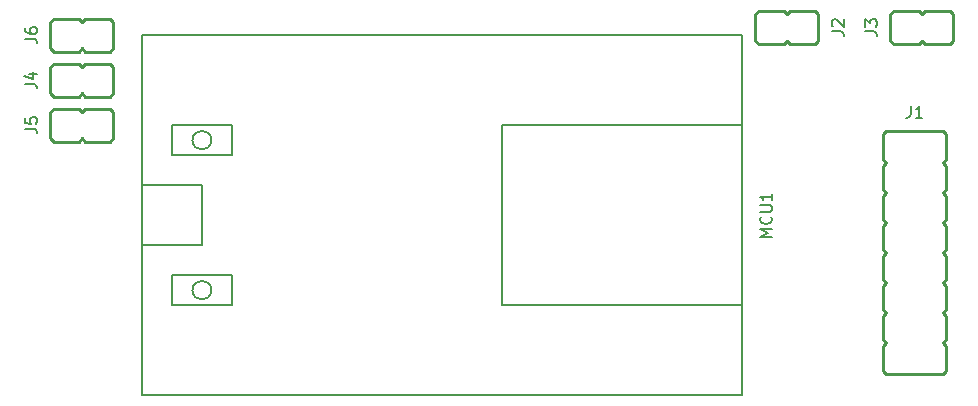
<source format=gbr>
G04 --- HEADER BEGIN --- *
G04 #@! TF.GenerationSoftware,LibrePCB,LibrePCB,0.1.7*
G04 #@! TF.CreationDate,2023-11-18T14:18:11*
G04 #@! TF.ProjectId,CRi-CRi_Display,14a54b12-152a-4fb2-828b-3daff0557bc7,v1*
G04 #@! TF.Part,Single*
G04 #@! TF.SameCoordinates*
G04 #@! TF.FileFunction,Legend,Top*
G04 #@! TF.FilePolarity,Positive*
%FSLAX66Y66*%
%MOMM*%
G01*
G75*
G04 --- HEADER END --- *
G04 --- APERTURE LIST BEGIN --- *
%ADD10C,0.25*%
%ADD11C,0.2*%
%ADD12O,1.787X2.39*%
%ADD13R,1.787X2.39*%
%ADD14O,2.39X1.787*%
%ADD15R,2.39X1.787*%
%ADD16O,1.5X2.7*%
G04 --- APERTURE LIST END --- *
G04 --- BOARD BEGIN --- *
D10*
G04 #@! TO.C,J6*
X2050000Y34415000D02*
X4175000Y34415000D01*
X4445000Y34145000D01*
X4715000Y34415000D01*
X6840000Y34415000D01*
X7110000Y34145000D01*
X7110000Y31895000D01*
X6840000Y31625000D01*
X4715000Y31625000D01*
X4445000Y31895000D01*
X4175000Y31625000D01*
X2050000Y31625000D01*
X1780000Y31895000D01*
X1780000Y34145000D01*
X2050000Y34415000D01*
G04 #@! TO.C,J5*
X2050000Y26795000D02*
X4175000Y26795000D01*
X4445000Y26525000D01*
X4715000Y26795000D01*
X6840000Y26795000D01*
X7110000Y26525000D01*
X7110000Y24275000D01*
X6840000Y24005000D01*
X4715000Y24005000D01*
X4445000Y24275000D01*
X4175000Y24005000D01*
X2050000Y24005000D01*
X1780000Y24275000D01*
X1780000Y26525000D01*
X2050000Y26795000D01*
G04 #@! TO.C,J4*
X2050000Y30605000D02*
X4175000Y30605000D01*
X4445000Y30335000D01*
X4715000Y30605000D01*
X6840000Y30605000D01*
X7110000Y30335000D01*
X7110000Y28085000D01*
X6840000Y27815000D01*
X4715000Y27815000D01*
X4445000Y28085000D01*
X4175000Y27815000D01*
X2050000Y27815000D01*
X1780000Y28085000D01*
X1780000Y30335000D01*
X2050000Y30605000D01*
G04 #@! TO.C,J1*
X77595000Y24620000D02*
X77595000Y22495000D01*
X77325000Y22225000D01*
X77595000Y21955000D01*
X77595000Y19955000D01*
X77325000Y19685000D01*
X77595000Y19415000D01*
X77595000Y17415000D01*
X77325000Y17145000D01*
X77595000Y16875000D01*
X77595000Y14875000D01*
X77325000Y14605000D01*
X77595000Y14335000D01*
X77595000Y12335000D01*
X77325000Y12065000D01*
X77595000Y11795000D01*
X77595000Y9795000D01*
X77325000Y9525000D01*
X77595000Y9255000D01*
X77595000Y7255000D01*
X77325000Y6985000D01*
X77595000Y6715000D01*
X77595000Y4590000D01*
X77325000Y4320000D01*
X72535000Y4320000D01*
X72265000Y4590000D01*
X72265000Y6715000D01*
X72535000Y6985000D01*
X72265000Y7255000D01*
X72265000Y9255000D01*
X72535000Y9525000D01*
X72265000Y9795000D01*
X72265000Y11795000D01*
X72535000Y12065000D01*
X72265000Y12335000D01*
X72265000Y14335000D01*
X72535000Y14605000D01*
X72265000Y14875000D01*
X72265000Y16875000D01*
X72535000Y17145000D01*
X72265000Y17415000D01*
X72265000Y19415000D01*
X72535000Y19685000D01*
X72265000Y19955000D01*
X72265000Y21955000D01*
X72535000Y22225000D01*
X72265000Y22495000D01*
X72265000Y24620000D01*
X72535000Y24890000D01*
X77325000Y24890000D01*
X77595000Y24620000D01*
G04 #@! TO.C,J2*
X66530000Y32260000D02*
X64405000Y32260000D01*
X64135000Y32530000D01*
X63865000Y32260000D01*
X61740000Y32260000D01*
X61470000Y32530000D01*
X61470000Y34780000D01*
X61740000Y35050000D01*
X63865000Y35050000D01*
X64135000Y34780000D01*
X64405000Y35050000D01*
X66530000Y35050000D01*
X66800000Y34780000D01*
X66800000Y32530000D01*
X66530000Y32260000D01*
G04 #@! TO.C,J3*
X73170000Y35050000D02*
X75295000Y35050000D01*
X75565000Y34780000D01*
X75835000Y35050000D01*
X77960000Y35050000D01*
X78230000Y34780000D01*
X78230000Y32530000D01*
X77960000Y32260000D01*
X75835000Y32260000D01*
X75565000Y32530000D01*
X75295000Y32260000D01*
X73170000Y32260000D01*
X72900000Y32530000D01*
X72900000Y34780000D01*
X73170000Y35050000D01*
D11*
G04 #@! TO.C,MCU1*
X40005000Y10160000D02*
X40005000Y25400000D01*
X60325000Y25400000D01*
X60325000Y10160000D01*
X40005000Y10160000D01*
X12065000Y22860000D02*
X12065000Y25400000D01*
X17145000Y25400000D01*
X17145000Y22860000D01*
X12065000Y22860000D01*
X12065000Y10160000D02*
X12065000Y12700000D01*
X17145000Y12700000D01*
X17145000Y10160000D01*
X12065000Y10160000D01*
X9525000Y15240000D02*
X9525000Y20320000D01*
X14605000Y20320000D01*
X14605000Y15240000D01*
X9525000Y15240000D01*
X9525000Y2540000D02*
X9525000Y33020000D01*
X60325000Y33020000D01*
X60325000Y2540000D01*
X9525000Y2540000D01*
X15405000Y24130000D02*
G02*
X13805000Y24130000I-800000J0D01*
G01*
G02*
X15405000Y24130000I800000J0D01*
G01*
X15405000Y11430000D02*
G02*
X13805000Y11430000I-800000J0D01*
G01*
G02*
X15405000Y11430000I800000J0D01*
G01*
G04 #@! TO.C,J6*
X-365000Y32725000D02*
X349444Y32725000D01*
X491667Y32677222D01*
X587222Y32581667D01*
X635000Y32439445D01*
X635000Y32343889D01*
X-365000Y33601667D02*
X-365000Y33410556D01*
X-317222Y33315000D01*
X-269444Y33268333D01*
X-127222Y33172778D01*
X63889Y33125000D01*
X445000Y33125000D01*
X539444Y33172778D01*
X587222Y33220556D01*
X635000Y33315000D01*
X635000Y33506111D01*
X587222Y33601667D01*
X539444Y33648333D01*
X445000Y33696111D01*
X206111Y33696111D01*
X111667Y33648333D01*
X63889Y33601667D01*
X16111Y33506111D01*
X16111Y33315000D01*
X63889Y33220556D01*
X111667Y33172778D01*
X206111Y33125000D01*
G04 #@! TO.C,J5*
X-365000Y25105000D02*
X349444Y25105000D01*
X491667Y25057222D01*
X587222Y24961667D01*
X635000Y24819445D01*
X635000Y24723889D01*
X-365000Y26028333D02*
X-365000Y25552778D01*
X111667Y25505000D01*
X63889Y25552778D01*
X16111Y25648333D01*
X16111Y25886111D01*
X63889Y25981667D01*
X111667Y26028333D01*
X206111Y26076111D01*
X445000Y26076111D01*
X539444Y26028333D01*
X587222Y25981667D01*
X635000Y25886111D01*
X635000Y25648333D01*
X587222Y25552778D01*
X539444Y25505000D01*
G04 #@! TO.C,J4*
X-365000Y28891111D02*
X349444Y28891111D01*
X491667Y28843333D01*
X587222Y28747778D01*
X635000Y28605556D01*
X635000Y28510000D01*
X-31667Y29767778D02*
X635000Y29767778D01*
X-412778Y29528889D02*
X301667Y29291111D01*
X301667Y29910000D01*
G04 #@! TO.C,J1*
X74635000Y27035000D02*
X74635000Y26320556D01*
X74587222Y26178333D01*
X74491667Y26082778D01*
X74349445Y26035000D01*
X74253889Y26035000D01*
X75606111Y26035000D02*
X75035000Y26035000D01*
X75320556Y26035000D02*
X75320556Y27035000D01*
X75225000Y26891667D01*
X75130556Y26797222D01*
X75035000Y26749444D01*
G04 #@! TO.C,J2*
X67945000Y33336111D02*
X68659444Y33336111D01*
X68801667Y33288333D01*
X68897222Y33192778D01*
X68945000Y33050556D01*
X68945000Y32955000D01*
X68040556Y33783889D02*
X67992778Y33831667D01*
X67945000Y33926111D01*
X67945000Y34165000D01*
X67992778Y34259444D01*
X68040556Y34307222D01*
X68135000Y34355000D01*
X68230556Y34355000D01*
X68373889Y34307222D01*
X68945000Y33736111D01*
X68945000Y34355000D01*
G04 #@! TO.C,J3*
X70755000Y33336111D02*
X71469444Y33336111D01*
X71611667Y33288333D01*
X71707222Y33192778D01*
X71755000Y33050556D01*
X71755000Y32955000D01*
X70755000Y33736111D02*
X70755000Y34355000D01*
X71136111Y34021667D01*
X71136111Y34165000D01*
X71183889Y34259444D01*
X71231667Y34307222D01*
X71326111Y34355000D01*
X71565000Y34355000D01*
X71659444Y34307222D01*
X71707222Y34259444D01*
X71755000Y34165000D01*
X71755000Y33879444D01*
X71707222Y33783889D01*
X71659444Y33736111D01*
G04 #@! TO.C,MCU1*
X62865000Y15966111D02*
X61865000Y15966111D01*
X62579444Y16299444D01*
X61865000Y16632778D01*
X62865000Y16632778D01*
X62769444Y17651667D02*
X62817222Y17603889D01*
X62865000Y17461667D01*
X62865000Y17366111D01*
X62817222Y17222778D01*
X62721667Y17128334D01*
X62627222Y17080556D01*
X62436111Y17032778D01*
X62293889Y17032778D01*
X62102778Y17080556D01*
X62008333Y17128334D01*
X61912778Y17222778D01*
X61865000Y17366111D01*
X61865000Y17461667D01*
X61912778Y17603889D01*
X61960556Y17651667D01*
X61865000Y18051667D02*
X62675000Y18051667D01*
X62769444Y18099445D01*
X62817222Y18147223D01*
X62865000Y18241667D01*
X62865000Y18432778D01*
X62817222Y18528334D01*
X62769444Y18575000D01*
X62675000Y18622778D01*
X61865000Y18622778D01*
X62865000Y19593889D02*
X62865000Y19022778D01*
X62865000Y19308334D02*
X61865000Y19308334D01*
X62008333Y19212778D01*
X62102778Y19118334D01*
X62150556Y19022778D01*
%LPC*%
D12*
G04 #@! TO.C,J6*
X5715000Y33020000D03*
D13*
X3175000Y33020000D03*
D12*
G04 #@! TO.C,J5*
X5715000Y25400000D03*
D13*
X3175000Y25400000D03*
D12*
G04 #@! TO.C,J4*
X5715000Y29210000D03*
D13*
X3175000Y29210000D03*
D14*
G04 #@! TO.C,J1*
X76200000Y8255000D03*
D15*
X73660000Y23495000D03*
D14*
X76200000Y10795000D03*
X73660000Y20955000D03*
X76200000Y15875000D03*
X76200000Y13335000D03*
X73660000Y5715000D03*
X73660000Y8255000D03*
X76200000Y23495000D03*
X76200000Y5715000D03*
X73660000Y10795000D03*
X73660000Y13335000D03*
X73660000Y18415000D03*
X76200000Y20955000D03*
X76200000Y18415000D03*
X73660000Y15875000D03*
D12*
G04 #@! TO.C,J2*
X62865000Y33655000D03*
D13*
X65405000Y33655000D03*
D12*
G04 #@! TO.C,J3*
X76835000Y33655000D03*
D13*
X74295000Y33655000D03*
D16*
G04 #@! TO.C,MCU1*
X19685000Y5080000D03*
X24765000Y5080000D03*
X37465000Y5080000D03*
X50165000Y30480000D03*
X14605000Y30480000D03*
X17145000Y5080000D03*
X57785000Y5080000D03*
X37465000Y30480000D03*
X29845000Y5080000D03*
X34925000Y5080000D03*
X17145000Y30480000D03*
X40005000Y30480000D03*
X34925000Y30480000D03*
X57785000Y30480000D03*
X29845000Y30480000D03*
X50165000Y5080000D03*
X42545000Y30480000D03*
X32385000Y30480000D03*
X22225000Y5080000D03*
X45085000Y30480000D03*
X42545000Y5080000D03*
X27305000Y30480000D03*
X47625000Y30480000D03*
X32385000Y5080000D03*
X45085000Y5080000D03*
X52705000Y30480000D03*
X55245000Y5080000D03*
X47625000Y5080000D03*
X14605000Y5080000D03*
X19685000Y30480000D03*
X24765000Y30480000D03*
X55245000Y30480000D03*
X27305000Y5080000D03*
X40005000Y5080000D03*
X52705000Y5080000D03*
X22225000Y30480000D03*
G04 --- BOARD END --- *
G04 #@! TF.MD5,a1c4372737fa7713d2b08e7ba1415623*
M02*

</source>
